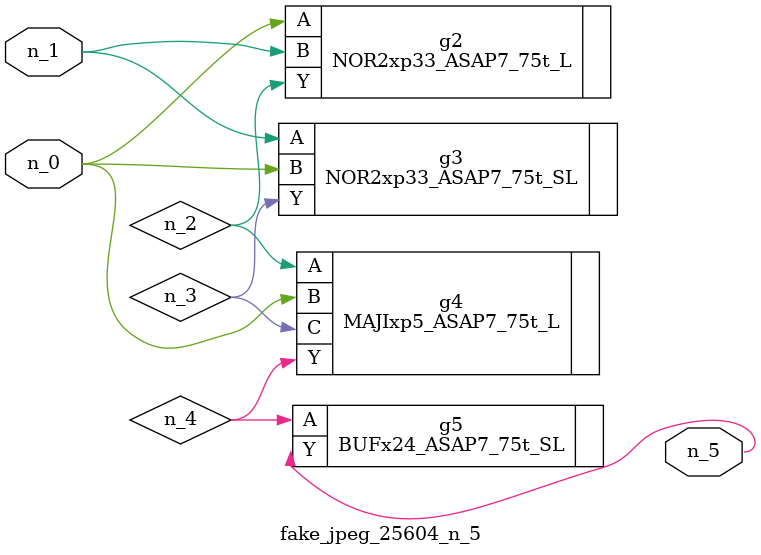
<source format=v>
module fake_jpeg_25604_n_5 (n_0, n_1, n_5);

input n_0;
input n_1;

output n_5;

wire n_3;
wire n_2;
wire n_4;

NOR2xp33_ASAP7_75t_L g2 ( 
.A(n_0),
.B(n_1),
.Y(n_2)
);

NOR2xp33_ASAP7_75t_SL g3 ( 
.A(n_1),
.B(n_0),
.Y(n_3)
);

MAJIxp5_ASAP7_75t_L g4 ( 
.A(n_2),
.B(n_0),
.C(n_3),
.Y(n_4)
);

BUFx24_ASAP7_75t_SL g5 ( 
.A(n_4),
.Y(n_5)
);


endmodule
</source>
